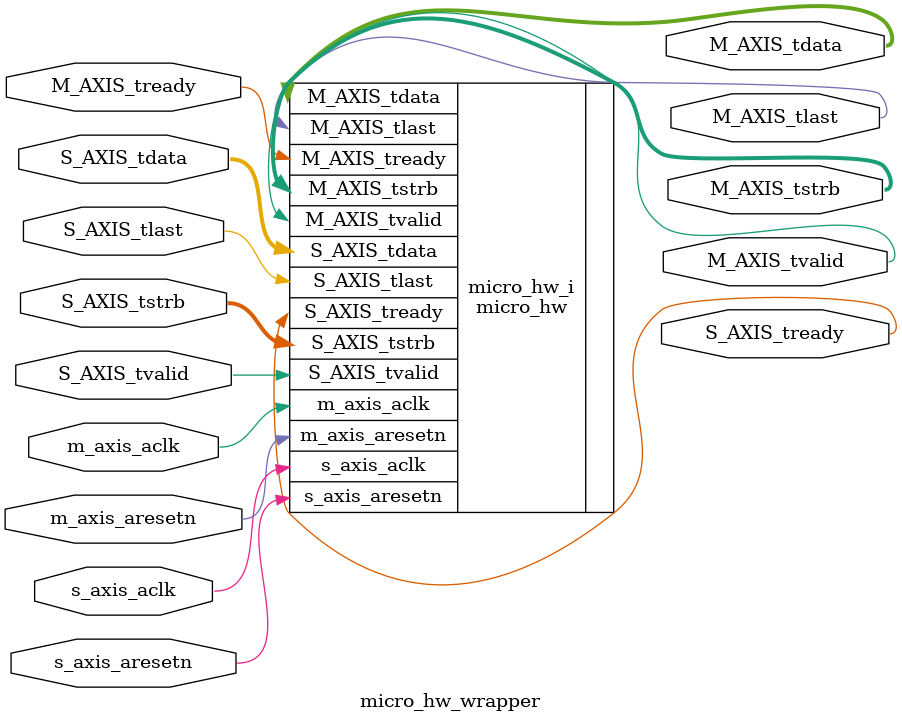
<source format=v>
`timescale 1 ps / 1 ps

module micro_hw_wrapper
   (M_AXIS_tdata,
    M_AXIS_tlast,
    M_AXIS_tready,
    M_AXIS_tstrb,
    M_AXIS_tvalid,
    S_AXIS_tdata,
    S_AXIS_tlast,
    S_AXIS_tready,
    S_AXIS_tstrb,
    S_AXIS_tvalid,
    m_axis_aclk,
    m_axis_aresetn,
    s_axis_aclk,
    s_axis_aresetn);
  output [31:0]M_AXIS_tdata;
  output M_AXIS_tlast;
  input M_AXIS_tready;
  output [3:0]M_AXIS_tstrb;
  output M_AXIS_tvalid;
  input [31:0]S_AXIS_tdata;
  input S_AXIS_tlast;
  output S_AXIS_tready;
  input [3:0]S_AXIS_tstrb;
  input S_AXIS_tvalid;
  input m_axis_aclk;
  input m_axis_aresetn;
  input s_axis_aclk;
  input s_axis_aresetn;

  wire [31:0]M_AXIS_tdata;
  wire M_AXIS_tlast;
  wire M_AXIS_tready;
  wire [3:0]M_AXIS_tstrb;
  wire M_AXIS_tvalid;
  wire [31:0]S_AXIS_tdata;
  wire S_AXIS_tlast;
  wire S_AXIS_tready;
  wire [3:0]S_AXIS_tstrb;
  wire S_AXIS_tvalid;
  wire m_axis_aclk;
  wire m_axis_aresetn;
  wire s_axis_aclk;
  wire s_axis_aresetn;

  micro_hw micro_hw_i
       (.M_AXIS_tdata(M_AXIS_tdata),
        .M_AXIS_tlast(M_AXIS_tlast),
        .M_AXIS_tready(M_AXIS_tready),
        .M_AXIS_tstrb(M_AXIS_tstrb),
        .M_AXIS_tvalid(M_AXIS_tvalid),
        .S_AXIS_tdata(S_AXIS_tdata),
        .S_AXIS_tlast(S_AXIS_tlast),
        .S_AXIS_tready(S_AXIS_tready),
        .S_AXIS_tstrb(S_AXIS_tstrb),
        .S_AXIS_tvalid(S_AXIS_tvalid),
        .m_axis_aclk(m_axis_aclk),
        .m_axis_aresetn(m_axis_aresetn),
        .s_axis_aclk(s_axis_aclk),
        .s_axis_aresetn(s_axis_aresetn));
endmodule

</source>
